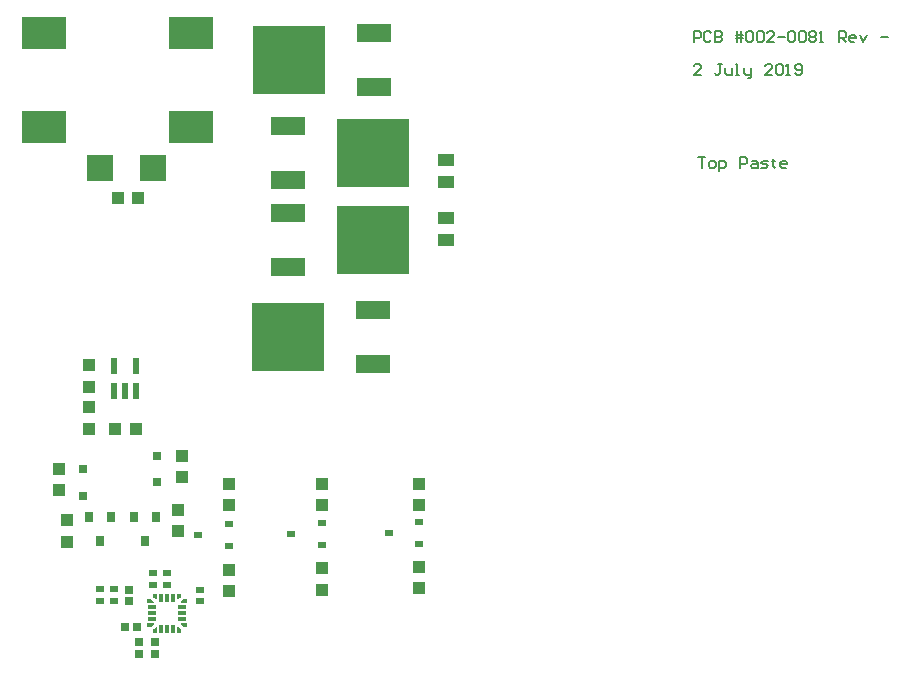
<source format=gtp>
G04*
G04 #@! TF.GenerationSoftware,Altium Limited,Altium Designer,19.0.10 (269)*
G04*
G04 Layer_Color=8421504*
%FSLAX23Y23*%
%MOIN*%
G70*
G01*
G75*
%ADD16C,0.008*%
%ADD18R,0.031X0.031*%
%ADD19R,0.055X0.041*%
%ADD20R,0.031X0.035*%
%ADD21R,0.091X0.091*%
%ADD22R,0.043X0.039*%
%ADD23R,0.150X0.110*%
%ADD24R,0.118X0.063*%
%ADD25R,0.244X0.228*%
%ADD26R,0.043X0.043*%
%ADD27R,0.026X0.022*%
%ADD28R,0.028X0.024*%
%ADD29R,0.043X0.043*%
%ADD30R,0.028X0.028*%
%ADD31R,0.028X0.028*%
%ADD32R,0.012X0.012*%
%ADD33R,0.028X0.012*%
%ADD34R,0.012X0.012*%
%ADD35R,0.012X0.028*%
%ADD36R,0.022X0.057*%
%ADD37R,0.022X0.057*%
G36*
X625Y478D02*
X617Y470D01*
Y482D01*
X625D01*
Y478D01*
D02*
G37*
G36*
X637Y462D02*
X625D01*
X633Y470D01*
X637D01*
Y462D01*
D02*
G37*
G36*
Y561D02*
X633D01*
X625Y568D01*
X637D01*
Y561D01*
D02*
G37*
G36*
X625Y553D02*
Y549D01*
X617D01*
Y561D01*
X625Y553D01*
D02*
G37*
G36*
X723Y470D02*
X715Y478D01*
Y482D01*
X723D01*
Y470D01*
D02*
G37*
G36*
X715Y462D02*
X703D01*
Y470D01*
X707D01*
X715Y462D01*
D02*
G37*
G36*
X707Y561D02*
X703D01*
Y568D01*
X715D01*
X707Y561D01*
D02*
G37*
G36*
X723Y549D02*
X715D01*
Y553D01*
X723Y561D01*
Y549D01*
D02*
G37*
D16*
X2440Y2035D02*
X2463D01*
X2452D01*
Y2000D01*
X2481D02*
X2492D01*
X2498Y2006D01*
Y2017D01*
X2492Y2023D01*
X2481D01*
X2475Y2017D01*
Y2006D01*
X2481Y2000D01*
X2510Y1988D02*
Y2023D01*
X2527D01*
X2533Y2017D01*
Y2006D01*
X2527Y2000D01*
X2510D01*
X2580D02*
Y2035D01*
X2597D01*
X2603Y2029D01*
Y2017D01*
X2597Y2012D01*
X2580D01*
X2621Y2023D02*
X2632D01*
X2638Y2017D01*
Y2000D01*
X2621D01*
X2615Y2006D01*
X2621Y2012D01*
X2638D01*
X2650Y2000D02*
X2667D01*
X2673Y2006D01*
X2667Y2012D01*
X2656D01*
X2650Y2017D01*
X2656Y2023D01*
X2673D01*
X2691Y2029D02*
Y2023D01*
X2685D01*
X2697D01*
X2691D01*
Y2006D01*
X2697Y2000D01*
X2732D02*
X2720D01*
X2714Y2006D01*
Y2017D01*
X2720Y2023D01*
X2732D01*
X2737Y2017D01*
Y2012D01*
X2714D01*
X2448Y2310D02*
X2425D01*
X2448Y2333D01*
Y2339D01*
X2442Y2345D01*
X2431D01*
X2425Y2339D01*
X2518Y2345D02*
X2507D01*
X2512D01*
Y2316D01*
X2507Y2310D01*
X2501D01*
X2495Y2316D01*
X2530Y2333D02*
Y2316D01*
X2536Y2310D01*
X2553D01*
Y2333D01*
X2565Y2310D02*
X2577D01*
X2571D01*
Y2345D01*
X2565D01*
X2594Y2333D02*
Y2316D01*
X2600Y2310D01*
X2617D01*
Y2304D01*
X2612Y2298D01*
X2606D01*
X2617Y2310D02*
Y2333D01*
X2687Y2310D02*
X2664D01*
X2687Y2333D01*
Y2339D01*
X2682Y2345D01*
X2670D01*
X2664Y2339D01*
X2699D02*
X2705Y2345D01*
X2717D01*
X2722Y2339D01*
Y2316D01*
X2717Y2310D01*
X2705D01*
X2699Y2316D01*
Y2339D01*
X2734Y2310D02*
X2746D01*
X2740D01*
Y2345D01*
X2734Y2339D01*
X2763Y2316D02*
X2769Y2310D01*
X2781D01*
X2787Y2316D01*
Y2339D01*
X2781Y2345D01*
X2769D01*
X2763Y2339D01*
Y2333D01*
X2769Y2327D01*
X2787D01*
X2425Y2420D02*
Y2455D01*
X2442D01*
X2448Y2449D01*
Y2437D01*
X2442Y2432D01*
X2425D01*
X2483Y2449D02*
X2477Y2455D01*
X2466D01*
X2460Y2449D01*
Y2426D01*
X2466Y2420D01*
X2477D01*
X2483Y2426D01*
X2495Y2455D02*
Y2420D01*
X2512D01*
X2518Y2426D01*
Y2432D01*
X2512Y2437D01*
X2495D01*
X2512D01*
X2518Y2443D01*
Y2449D01*
X2512Y2455D01*
X2495D01*
X2571Y2420D02*
Y2455D01*
X2582D02*
Y2420D01*
X2565Y2443D02*
X2582D01*
X2588D01*
X2565Y2432D02*
X2588D01*
X2600Y2449D02*
X2606Y2455D01*
X2617D01*
X2623Y2449D01*
Y2426D01*
X2617Y2420D01*
X2606D01*
X2600Y2426D01*
Y2449D01*
X2635D02*
X2641Y2455D01*
X2652D01*
X2658Y2449D01*
Y2426D01*
X2652Y2420D01*
X2641D01*
X2635Y2426D01*
Y2449D01*
X2693Y2420D02*
X2670D01*
X2693Y2443D01*
Y2449D01*
X2687Y2455D01*
X2676D01*
X2670Y2449D01*
X2705Y2437D02*
X2728D01*
X2740Y2449D02*
X2746Y2455D01*
X2757D01*
X2763Y2449D01*
Y2426D01*
X2757Y2420D01*
X2746D01*
X2740Y2426D01*
Y2449D01*
X2775D02*
X2781Y2455D01*
X2792D01*
X2798Y2449D01*
Y2426D01*
X2792Y2420D01*
X2781D01*
X2775Y2426D01*
Y2449D01*
X2810D02*
X2816Y2455D01*
X2827D01*
X2833Y2449D01*
Y2443D01*
X2827Y2437D01*
X2833Y2432D01*
Y2426D01*
X2827Y2420D01*
X2816D01*
X2810Y2426D01*
Y2432D01*
X2816Y2437D01*
X2810Y2443D01*
Y2449D01*
X2816Y2437D02*
X2827D01*
X2845Y2420D02*
X2857D01*
X2851D01*
Y2455D01*
X2845Y2449D01*
X2909Y2420D02*
Y2455D01*
X2927D01*
X2932Y2449D01*
Y2437D01*
X2927Y2432D01*
X2909D01*
X2921D02*
X2932Y2420D01*
X2961D02*
X2950D01*
X2944Y2426D01*
Y2437D01*
X2950Y2443D01*
X2961D01*
X2967Y2437D01*
Y2432D01*
X2944D01*
X2979Y2443D02*
X2991Y2420D01*
X3002Y2443D01*
X3049Y2437D02*
X3072D01*
D18*
X390Y907D02*
D03*
Y995D02*
D03*
X635Y951D02*
D03*
Y1040D02*
D03*
D19*
X1600Y1832D02*
D03*
Y1758D02*
D03*
Y2027D02*
D03*
Y1953D02*
D03*
D20*
X634Y835D02*
D03*
X560D02*
D03*
X597Y756D02*
D03*
X484Y835D02*
D03*
X410D02*
D03*
X447Y756D02*
D03*
D21*
X447Y2000D02*
D03*
X624D02*
D03*
D22*
X505Y1900D02*
D03*
X572D02*
D03*
D23*
X750Y2450D02*
D03*
Y2135D02*
D03*
X260Y2450D02*
D03*
Y2135D02*
D03*
D24*
X1358Y2270D02*
D03*
Y2450D02*
D03*
X1355Y1345D02*
D03*
Y1525D02*
D03*
X1072Y2140D02*
D03*
Y1960D02*
D03*
Y1850D02*
D03*
Y1670D02*
D03*
D25*
X1075Y2360D02*
D03*
X1072Y1435D02*
D03*
X1355Y2050D02*
D03*
Y1760D02*
D03*
D26*
X495Y1130D02*
D03*
X565D02*
D03*
D27*
X670Y650D02*
D03*
Y610D02*
D03*
X624Y650D02*
D03*
Y610D02*
D03*
X445Y555D02*
D03*
Y595D02*
D03*
X494Y555D02*
D03*
Y595D02*
D03*
X780Y555D02*
D03*
Y594D02*
D03*
D28*
X876Y738D02*
D03*
Y813D02*
D03*
X774Y775D02*
D03*
X1409Y782D02*
D03*
X1511Y820D02*
D03*
Y745D02*
D03*
X1084Y780D02*
D03*
X1186Y817D02*
D03*
Y743D02*
D03*
D29*
X705Y790D02*
D03*
Y860D02*
D03*
X720Y1040D02*
D03*
Y969D02*
D03*
X1511Y875D02*
D03*
Y945D02*
D03*
X1511Y670D02*
D03*
Y600D02*
D03*
X310Y995D02*
D03*
Y925D02*
D03*
X335Y825D02*
D03*
Y754D02*
D03*
X876Y660D02*
D03*
Y590D02*
D03*
X876Y875D02*
D03*
Y945D02*
D03*
X1185Y665D02*
D03*
Y594D02*
D03*
X1186Y875D02*
D03*
Y945D02*
D03*
X410Y1270D02*
D03*
Y1341D02*
D03*
X410Y1130D02*
D03*
Y1201D02*
D03*
D30*
X544Y594D02*
D03*
Y555D02*
D03*
X575Y380D02*
D03*
Y420D02*
D03*
X630Y380D02*
D03*
Y420D02*
D03*
D31*
X530Y468D02*
D03*
X570D02*
D03*
D32*
X611Y555D02*
D03*
Y476D02*
D03*
X729D02*
D03*
Y555D02*
D03*
D33*
X619Y535D02*
D03*
Y515D02*
D03*
Y496D02*
D03*
X721D02*
D03*
Y515D02*
D03*
Y535D02*
D03*
D34*
X631Y456D02*
D03*
X709D02*
D03*
Y574D02*
D03*
X631D02*
D03*
D35*
X650Y464D02*
D03*
X670D02*
D03*
X690D02*
D03*
Y566D02*
D03*
X670D02*
D03*
X650D02*
D03*
D36*
X567Y1340D02*
D03*
Y1255D02*
D03*
X493Y1340D02*
D03*
X530Y1255D02*
D03*
D37*
X493Y1255D02*
D03*
M02*

</source>
